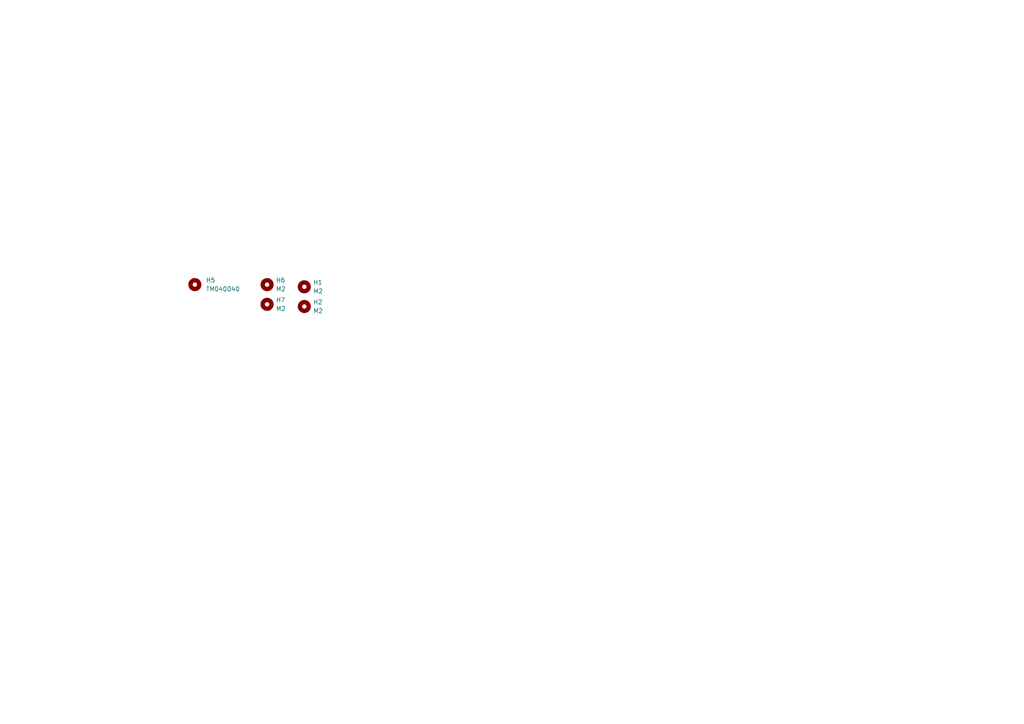
<source format=kicad_sch>
(kicad_sch (version 20230121) (generator eeschema)
  (paper "A4")
  (lib_symbols
    (symbol "Mechanical:MountingHole" (pin_names (offset 1.016))
      (property "Reference" "H" (at 0 5.08 0))
      (property "Value" "MountingHole" (at 0 3.175 0))
      (symbol "MountingHole_0_1"
        (circle (center 0 0) (radius 1.27) (stroke (width 1.27)))
      )
    )
  )
  (symbol (lib_id "Mechanical:MountingHole") (at 77.47 88.265 0) (unit 1)
    (property "Reference" "H7" (at 80.01 86.995 0) (effects (justify left)))
    (property "Value" "M2" (at 80.01 89.535 0) (effects (justify left)))
    (property "Footprint" "MountingHole:MountingHole_2.2mm_M2" (effects hide))
  )
  (symbol (lib_id "Mechanical:MountingHole") (at 88.265 83.185 0) (unit 1)
    (property "Reference" "H1" (at 90.805 81.915 0) (effects (justify left)))
    (property "Value" "M2" (at 90.805 84.455 0) (effects (justify left)))
    (property "Footprint" "MountingHole:MountingHole_2.2mm_M2" (effects hide))
  )
  (symbol (lib_id "Mechanical:MountingHole") (at 88.265 88.9 0) (unit 1)
    (property "Reference" "H2" (at 90.805 87.63 0) (effects (justify left)))
    (property "Value" "M2" (at 90.805 90.17 0) (effects (justify left)))
    (property "Footprint" "MountingHole:MountingHole_2.2mm_M2" (effects hide))
  )
  (symbol (lib_id "Mechanical:MountingHole") (at 77.47 82.55 0) (unit 1)
    (property "Reference" "H6" (at 80.01 81.28 0) (effects (justify left)))
    (property "Value" "M2" (at 80.01 83.82 0) (effects (justify left)))
    (property "Footprint" "MountingHole:MountingHole_2.2mm_M2" (effects hide))
  )
  (symbol (lib_id "Mechanical:MountingHole") (at 56.515 82.55 0) (unit 1)
    (property "Reference" "H5" (at 59.69 81.28 0) (effects (justify left)))
    (property "Value" "TM040040" (at 59.69 83.82 0) (effects (justify left)))
    (property "Footprint" "DreaM117er-keebLibrary:Trackpad_Cirque_TM040040" (effects hide))
  )
)
</source>
